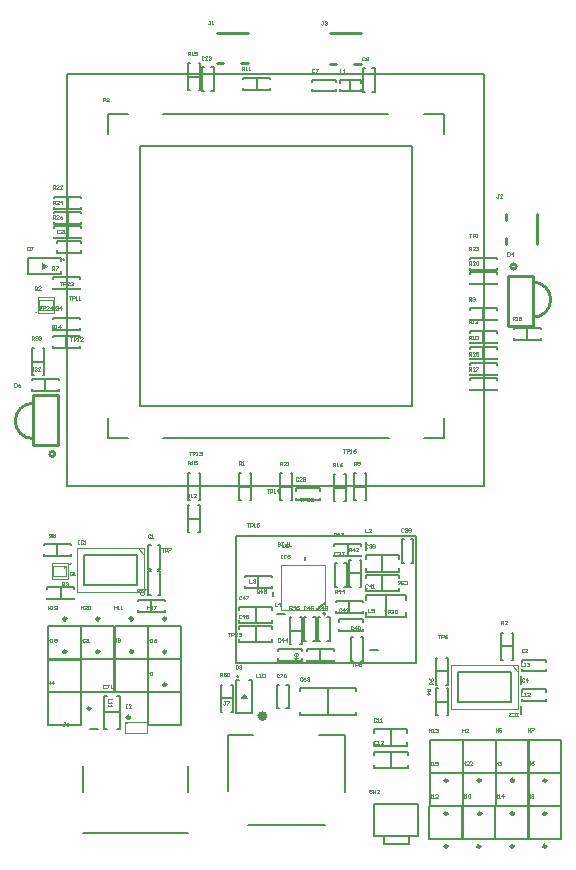
<source format=gto>
G04*
G04 #@! TF.GenerationSoftware,Altium Limited,Altium Designer,18.0.7 (293)*
G04*
G04 Layer_Color=65535*
%FSLAX25Y25*%
%MOIN*%
G70*
G01*
G75*
%ADD10C,0.00984*%
%ADD11C,0.01000*%
%ADD12C,0.00299*%
%ADD13C,0.00500*%
%ADD14C,0.01575*%
%ADD15C,0.00787*%
%ADD16C,0.00591*%
%ADD17C,0.00700*%
%ADD18C,0.00394*%
%ADD19C,0.00787*%
%ADD20C,0.00400*%
%ADD21C,0.00300*%
%ADD22C,0.00600*%
%ADD23C,0.00100*%
%ADD24C,0.00197*%
G36*
X84898Y76962D02*
X83898Y78462D01*
X82798Y76962D01*
X84898D01*
D02*
G37*
G36*
X16455Y219922D02*
X17955Y220922D01*
X16455Y222023D01*
Y219922D01*
D02*
G37*
D10*
X162832Y38529D02*
G03*
X162832Y38529I-492J0D01*
G01*
X35572Y92511D02*
G03*
X35572Y92511I-492J0D01*
G01*
X35512Y103471D02*
G03*
X35512Y103471I-492J0D01*
G01*
X24492Y103451D02*
G03*
X24492Y103451I-492J0D01*
G01*
X24512Y92531D02*
G03*
X24512Y92531I-492J0D01*
G01*
X57772Y103471D02*
G03*
X57772Y103471I-492J0D01*
G01*
Y92471D02*
G03*
X57772Y92471I-492J0D01*
G01*
X151612Y38509D02*
G03*
X151612Y38509I-492J0D01*
G01*
X173590Y27609D02*
G03*
X173590Y27609I-492J0D01*
G01*
X151612Y49509D02*
G03*
X151612Y49509I-492J0D01*
G01*
X151590Y27609D02*
G03*
X151590Y27609I-492J0D01*
G01*
X46652Y103471D02*
G03*
X46652Y103471I-492J0D01*
G01*
X162490Y27609D02*
G03*
X162490Y27609I-492J0D01*
G01*
X46692Y92491D02*
G03*
X46692Y92491I-492J0D01*
G01*
X184492Y27629D02*
G03*
X184492Y27629I-492J0D01*
G01*
X184532Y49549D02*
G03*
X184532Y49549I-492J0D01*
G01*
X184492Y38549D02*
G03*
X184492Y38549I-492J0D01*
G01*
X173752Y49569D02*
G03*
X173752Y49569I-492J0D01*
G01*
X32583Y73520D02*
G03*
X32583Y73520I-492J0D01*
G01*
X173712Y38529D02*
G03*
X173712Y38529I-492J0D01*
G01*
X162632Y49549D02*
G03*
X162632Y49549I-492J0D01*
G01*
X57832Y81551D02*
G03*
X57832Y81551I-492J0D01*
G01*
D11*
X7503Y169406D02*
G03*
X13408Y163501I5906J0D01*
G01*
Y175312D02*
G03*
X7503Y169406I0J-5906D01*
G01*
X20785Y158383D02*
G03*
X20785Y158383I-880J0D01*
G01*
X185997Y209834D02*
G03*
X180092Y215739I-5906J0D01*
G01*
Y203928D02*
G03*
X185997Y209834I0J5906D01*
G01*
X174476Y220857D02*
G03*
X174476Y220857I-880J0D01*
G01*
X45779Y70605D02*
G03*
X45779Y70605I-538J0D01*
G01*
X181298Y228302D02*
Y238538D01*
X171062Y236522D02*
Y238538D01*
Y228302D02*
Y230390D01*
X82910Y288602D02*
X84998D01*
X74762D02*
X76778D01*
X74762Y298838D02*
X84998D01*
X112409Y298678D02*
X122645D01*
X112409Y288442D02*
X114425D01*
X120557D02*
X122645D01*
X13408Y161532D02*
X21676D01*
Y178068D01*
X13408D02*
X21676D01*
X13408Y161532D02*
Y178068D01*
X171824Y217708D02*
X180092D01*
X171824Y201172D02*
Y217708D01*
Y201172D02*
X180092D01*
Y217708D01*
D12*
X16391Y206970D02*
G03*
X16391Y206970I-264J0D01*
G01*
X24237Y120430D02*
G03*
X24237Y120430I-264J0D01*
G01*
X82059Y84162D02*
G03*
X82059Y84162I-361J0D01*
G01*
X24016Y223123D02*
G03*
X24016Y223123I-361J0D01*
G01*
D13*
X14565Y205553D02*
G03*
X14565Y205553I-249J0D01*
G01*
X26033Y121847D02*
G03*
X26033Y121847I-249J0D01*
G01*
X110959Y105138D02*
G03*
X110959Y105138I-440J0D01*
G01*
X139692Y174395D02*
Y261009D01*
X49141D02*
X139692D01*
X49141Y174395D02*
Y261009D01*
Y174395D02*
X139692D01*
X56622Y271639D02*
X131818D01*
X56622Y163765D02*
X132212D01*
X150322Y264946D02*
Y271639D01*
X143629D02*
X150322D01*
Y163765D02*
Y170458D01*
X143629Y163765D02*
X150322D01*
X38511D02*
Y170458D01*
Y163765D02*
X45204D01*
X38511Y264946D02*
Y271639D01*
X45204D01*
X29974Y32131D02*
X65171D01*
X29974Y45793D02*
Y54454D01*
X65171Y45793D02*
Y54454D01*
X107862Y106418D02*
X110716Y108780D01*
X85039Y34793D02*
X110826D01*
X78346Y46014D02*
Y64715D01*
X86810D01*
X108858D02*
X117322D01*
Y45817D02*
Y64715D01*
X130346Y28537D02*
Y31140D01*
Y28537D02*
X138681D01*
Y31159D01*
X141641Y31116D02*
Y41793D01*
X126999D02*
X141641D01*
X126999Y31116D02*
Y41793D01*
Y31116D02*
X141641D01*
D14*
X90747Y71014D02*
G03*
X90747Y71014I-787J0D01*
G01*
D15*
X167852Y41088D02*
Y52112D01*
X156828Y52112D02*
X167852D01*
X156828Y41088D02*
Y52112D01*
X156828Y41088D02*
X167852D01*
X29568Y78928D02*
Y89952D01*
X29568Y78928D02*
X40592D01*
Y89952D01*
X29568Y89952D02*
X40592D01*
X29508Y89888D02*
Y100912D01*
X29508Y89888D02*
X40532D01*
Y100912D01*
X29508Y100912D02*
X40532D01*
X18488Y89868D02*
Y100892D01*
X18488Y89868D02*
X29512D01*
Y100892D01*
X18488Y100892D02*
X29512D01*
X18508Y78948D02*
Y89972D01*
X18508Y78948D02*
X29532D01*
Y89972D01*
X18508Y89972D02*
X29532D01*
X51768Y89888D02*
Y100912D01*
X51768Y89888D02*
X62792D01*
Y100912D01*
X51768Y100912D02*
X62792D01*
X51768Y78888D02*
Y89912D01*
X51768Y78888D02*
X62792D01*
Y89912D01*
X51768Y89912D02*
X62792D01*
X156632Y41068D02*
Y52092D01*
X145608Y52092D02*
X156632D01*
X145608Y41068D02*
Y52092D01*
X145608Y41068D02*
X156632D01*
X178610Y30168D02*
Y41192D01*
X167586Y41192D02*
X178610D01*
X167586Y30168D02*
Y41192D01*
X167586Y30168D02*
X178610D01*
X156632Y52068D02*
Y63092D01*
X145608Y63092D02*
X156632D01*
X145608Y52068D02*
Y63092D01*
X145608Y52068D02*
X156632D01*
X156610Y30168D02*
Y41192D01*
X145586Y41192D02*
X156610D01*
X145586Y30168D02*
Y41192D01*
X145586Y30168D02*
X156610D01*
X40648Y89888D02*
Y100912D01*
X40648Y89888D02*
X51672D01*
Y100912D01*
X40648Y100912D02*
X51672D01*
X167510Y30168D02*
Y41192D01*
X156486Y41192D02*
X167510D01*
X156486Y30168D02*
Y41192D01*
X156486Y30168D02*
X167510D01*
X40688Y78908D02*
Y89932D01*
X40688Y78908D02*
X51712D01*
Y89932D01*
X40688Y89932D02*
X51712D01*
X189512Y30188D02*
Y41212D01*
X178488Y41212D02*
X189512D01*
X178488Y30188D02*
Y41212D01*
X178488Y30188D02*
X189512D01*
X189552Y52108D02*
Y63132D01*
X178528Y63132D02*
X189552D01*
X178528Y52108D02*
Y63132D01*
X178528Y52108D02*
X189552D01*
X189512Y41108D02*
Y52132D01*
X178488Y52132D02*
X189512D01*
X178488Y41108D02*
Y52132D01*
X178488Y41108D02*
X189512D01*
X178772Y52128D02*
Y63152D01*
X167748Y63152D02*
X178772D01*
X167748Y52128D02*
Y63152D01*
X167748Y52128D02*
X178772D01*
X18508Y79032D02*
X29532D01*
X18508Y68008D02*
Y79032D01*
Y68008D02*
X29532D01*
X29532Y68008D02*
Y79032D01*
X178732Y41088D02*
Y52112D01*
X167708Y52112D02*
X178732D01*
X167708Y41088D02*
Y52112D01*
X167708Y41088D02*
X178732D01*
X167652Y52108D02*
Y63132D01*
X156628Y63132D02*
X167652D01*
X156628Y52108D02*
Y63132D01*
X156628Y52108D02*
X167652D01*
X51828Y67968D02*
Y78992D01*
X51828Y67968D02*
X62852D01*
Y78992D01*
X51828Y78992D02*
X62852D01*
X32296Y66737D02*
X35052D01*
X176248Y71742D02*
Y74498D01*
X176128Y81702D02*
Y84458D01*
X88482Y71348D02*
X91238D01*
X125816Y93037D02*
X128572D01*
X94782Y105092D02*
X97538D01*
X124402Y126371D02*
Y129126D01*
X93391Y111129D02*
Y112311D01*
X104244Y122898D02*
Y124079D01*
D16*
X22080Y183020D02*
Y183520D01*
X13080D02*
X22080D01*
X13080Y183020D02*
Y183520D01*
Y179520D02*
Y180020D01*
Y179520D02*
X22080D01*
Y180020D01*
X17580Y179520D02*
Y183520D01*
X173624Y196460D02*
Y196960D01*
Y196460D02*
X182624D01*
Y196960D01*
Y199960D02*
Y200460D01*
X173624D02*
X182624D01*
X173624Y199960D02*
Y200460D01*
X178124Y196460D02*
Y200460D01*
X163580Y202960D02*
Y206960D01*
X168080Y202960D02*
Y203460D01*
X159080Y202960D02*
X168080D01*
X159080D02*
Y203460D01*
Y206460D02*
Y206960D01*
X168080D01*
Y206460D02*
Y206960D01*
X120551Y147459D02*
X124551D01*
X120551Y142959D02*
X121051D01*
X120551D02*
Y151959D01*
X121051D01*
X124051D02*
X124551D01*
Y142959D02*
Y151959D01*
X124051Y142959D02*
X124551D01*
X163584Y190040D02*
Y194040D01*
X168084Y190040D02*
Y190540D01*
X159084Y190040D02*
X168084D01*
X159084D02*
Y190540D01*
Y193540D02*
Y194040D01*
X168084D01*
Y193540D02*
Y194040D01*
X64960Y136756D02*
X68960D01*
X68460Y141256D02*
X68960D01*
Y132256D02*
Y141256D01*
X68460Y132256D02*
X68960D01*
X64960D02*
X65460D01*
X64960D02*
Y141256D01*
X65460D01*
X163504Y195340D02*
Y199340D01*
X168004Y195340D02*
Y195840D01*
X159004Y195340D02*
X168004D01*
X159004D02*
Y195840D01*
Y198840D02*
Y199340D01*
X168004D01*
Y198840D02*
Y199340D01*
X52860Y105820D02*
Y109820D01*
X57360Y105820D02*
Y106320D01*
X48360Y105820D02*
X57360D01*
X48360D02*
Y106320D01*
Y109320D02*
Y109820D01*
X57360D01*
Y109320D02*
Y109820D01*
X65231Y284131D02*
X69231D01*
X68731Y288631D02*
X69231D01*
Y279631D02*
Y288631D01*
X68731Y279631D02*
X69231D01*
X65231D02*
X65731D01*
X65231D02*
Y288631D01*
X65731D01*
X163624Y214900D02*
Y218900D01*
X168124Y214900D02*
Y215400D01*
X159124Y214900D02*
X168124D01*
X159124D02*
Y215400D01*
Y218400D02*
Y218900D01*
X168124D01*
Y218400D02*
Y218900D01*
X24931Y240175D02*
Y244175D01*
X20431Y243675D02*
Y244175D01*
X29431D01*
Y243675D02*
Y244175D01*
Y240175D02*
Y240675D01*
X20431Y240175D02*
X29431D01*
X20431D02*
Y240675D01*
X163624Y219780D02*
Y223780D01*
X168124Y219780D02*
Y220280D01*
X159124Y219780D02*
X168124D01*
X159124D02*
Y220280D01*
Y223280D02*
Y223780D01*
X168124D01*
Y223280D02*
Y223780D01*
X24931Y235095D02*
Y239095D01*
X20431Y238595D02*
Y239095D01*
X29431D01*
Y238595D02*
Y239095D01*
Y235095D02*
Y235595D01*
X20431Y235095D02*
X29431D01*
X20431D02*
Y235595D01*
X163624Y184635D02*
Y188635D01*
X168124Y184635D02*
Y185135D01*
X159124Y184635D02*
X168124D01*
X159124D02*
Y185135D01*
Y188135D02*
Y188635D01*
X168124D01*
Y188135D02*
Y188635D01*
X24931Y230255D02*
Y234255D01*
X20431Y233755D02*
Y234255D01*
X29431D01*
Y233755D02*
Y234255D01*
Y230255D02*
Y230755D01*
X20431Y230255D02*
X29431D01*
X20431D02*
Y230755D01*
X163624Y179595D02*
Y183595D01*
X168124Y179595D02*
Y180095D01*
X159124Y179595D02*
X168124D01*
X159124D02*
Y180095D01*
Y183095D02*
Y183595D01*
X168124D01*
Y183095D02*
Y183595D01*
X27120Y113440D02*
Y113940D01*
X18120D02*
X27120D01*
X18120Y113440D02*
Y113940D01*
Y109940D02*
Y110440D01*
Y109940D02*
X27120D01*
Y110440D01*
X22620Y109940D02*
Y113940D01*
X147840Y80300D02*
X148340D01*
X147840Y71300D02*
Y80300D01*
Y71300D02*
X148340D01*
X151340D02*
X151840D01*
Y80300D01*
X151340D02*
X151840D01*
X147840Y75800D02*
X151840D01*
X17040Y124540D02*
Y125040D01*
Y124540D02*
X26040D01*
Y125040D01*
Y128040D02*
Y128540D01*
X17040D02*
X26040D01*
X17040Y128040D02*
Y128540D01*
X21540Y124540D02*
Y128540D01*
X24636Y213260D02*
Y217260D01*
X29136Y213260D02*
Y213760D01*
X20136Y213260D02*
X29136D01*
X20136D02*
Y213760D01*
Y216760D02*
Y217260D01*
X29136D01*
Y216760D02*
Y217260D01*
X82200Y147496D02*
X86200D01*
X82200Y142996D02*
X82700D01*
X82200D02*
Y151996D01*
X82700D01*
X85700D02*
X86200D01*
Y142996D02*
Y151996D01*
X85700Y142996D02*
X86200D01*
X169560Y94340D02*
X173560D01*
X169560Y89840D02*
X170060D01*
X169560D02*
Y98840D01*
X170060D01*
X173060D02*
X173560D01*
Y89840D02*
Y98840D01*
X173060Y89840D02*
X173560D01*
X51863Y119385D02*
X52651D01*
X51863Y111511D02*
Y119385D01*
Y111511D02*
X52651D01*
X55013D02*
X55800D01*
Y119385D01*
X55013D02*
X55800D01*
X147740Y90524D02*
X148240D01*
X147740Y81524D02*
Y90524D01*
Y81524D02*
X148240D01*
X151240D02*
X151740D01*
Y90524D01*
X151240D02*
X151740D01*
X147740Y86024D02*
X151740D01*
X135353Y116897D02*
Y118079D01*
X124330D02*
X135353D01*
X124330Y116897D02*
Y118079D01*
Y112567D02*
Y113748D01*
Y112567D02*
X135353D01*
Y113748D01*
X129841Y112567D02*
Y118079D01*
X113604Y92800D02*
Y93300D01*
X104604D02*
X113604D01*
X104604Y92800D02*
Y93300D01*
Y89300D02*
Y89800D01*
Y89300D02*
X113604D01*
Y89800D01*
X109104Y89300D02*
Y93300D01*
X92960Y117240D02*
Y117740D01*
X83960D02*
X92960D01*
X83960Y117240D02*
Y117740D01*
Y113740D02*
Y114240D01*
Y113740D02*
X92960D01*
Y114240D01*
X88460Y113740D02*
Y117740D01*
X81001Y72123D02*
X85498D01*
X81001D02*
Y83147D01*
X82182D01*
X85331D02*
X86512D01*
Y72123D02*
Y83147D01*
X85331Y72123D02*
X86512D01*
X75980Y77044D02*
X79980D01*
X75980Y72544D02*
X76480D01*
X75980D02*
Y81544D01*
X76480D01*
X79480D02*
X79980D01*
Y72544D02*
Y81544D01*
X79480Y72544D02*
X79980D01*
X94691Y73563D02*
X95479D01*
X94691D02*
Y81437D01*
X95479D01*
X97841D02*
X98628D01*
Y73563D02*
Y81437D01*
X97841Y73563D02*
X98628D01*
X102472Y71479D02*
Y72464D01*
Y71479D02*
X121173D01*
Y72464D01*
Y79353D02*
Y80338D01*
X102472D02*
X121173D01*
X102472Y79353D02*
Y80338D01*
X111822Y71479D02*
Y80338D01*
X36978Y72331D02*
X42490D01*
X41309Y77843D02*
X42490D01*
Y66819D02*
Y77843D01*
X41309Y66819D02*
X42490D01*
X36978D02*
X38159D01*
X36978D02*
Y77843D01*
X38159D01*
X136272Y122163D02*
X137059D01*
X136272D02*
Y130037D01*
X137059D01*
X139421D02*
X140208D01*
Y122163D02*
Y130037D01*
X139421Y122163D02*
X140208D01*
X117175Y122053D02*
X117962D01*
Y114179D02*
Y122053D01*
X117175Y114179D02*
X117962D01*
X114025D02*
X114813D01*
X114025D02*
Y122053D01*
X114813D01*
X129841Y119063D02*
Y124575D01*
X135353Y119063D02*
Y120244D01*
X124330Y119063D02*
X135353D01*
X124330D02*
Y120244D01*
Y123393D02*
Y124575D01*
X135353D01*
Y123393D02*
Y124575D01*
X118860Y118660D02*
X122860D01*
X118860Y114160D02*
X119360D01*
X118860D02*
Y123160D01*
X119360D01*
X122360D02*
X122860D01*
Y114160D02*
Y123160D01*
X122360Y114160D02*
X122860D01*
X118420Y124380D02*
Y128380D01*
X113920Y127880D02*
Y128380D01*
X122920D01*
Y127880D02*
Y128380D01*
Y124380D02*
Y124880D01*
X113920Y124380D02*
X122920D01*
X113920D02*
Y124880D01*
X118880Y105440D02*
Y109440D01*
X123380Y105440D02*
Y105940D01*
X114380Y105440D02*
X123380D01*
X114380D02*
Y105940D01*
Y108940D02*
Y109440D01*
X123380D01*
Y108940D02*
Y109440D01*
X119451Y89531D02*
X120239D01*
X119451D02*
Y97405D01*
X120239D01*
X122601D02*
X123389D01*
Y89531D02*
Y97405D01*
X122601Y89531D02*
X123389D01*
X108431Y96083D02*
X109219D01*
X108431D02*
Y103957D01*
X109219D01*
X111581D02*
X112369D01*
Y96083D02*
Y103957D01*
X111581Y96083D02*
X112369D01*
X124330Y109693D02*
Y111268D01*
X137715D01*
Y109693D02*
Y111268D01*
Y104181D02*
Y105756D01*
X124330Y104181D02*
X137715D01*
X124330D02*
Y105756D01*
X131023Y104181D02*
Y111268D01*
X115503Y102501D02*
Y103288D01*
X123377D01*
Y102501D02*
Y103288D01*
Y99352D02*
Y100139D01*
X115503Y99352D02*
X123377D01*
X115503D02*
Y100139D01*
X102951Y89460D02*
Y90247D01*
X95077Y89460D02*
X102951D01*
X95077D02*
Y90247D01*
Y92610D02*
Y93397D01*
X102951D01*
Y92610D02*
Y93397D01*
X99040Y99480D02*
X103040D01*
X99040Y94980D02*
X99540D01*
X99040D02*
Y103980D01*
X99540D01*
X102540D02*
X103040D01*
Y94980D02*
Y103980D01*
X102540Y94980D02*
X103040D01*
X103771Y96063D02*
X104559D01*
X103771D02*
Y103937D01*
X104559D01*
X106921D02*
X107709D01*
Y96063D02*
Y103937D01*
X106921Y96063D02*
X107709D01*
X87703Y95684D02*
Y101196D01*
X82191Y100015D02*
Y101196D01*
X93214D01*
Y100015D02*
Y101196D01*
Y95684D02*
Y96865D01*
X82191Y95684D02*
X93214D01*
X82191D02*
Y96865D01*
X87663Y101904D02*
Y107416D01*
X82151Y106235D02*
Y107416D01*
X93174D01*
Y106235D02*
Y107416D01*
Y101904D02*
Y103085D01*
X82151Y101904D02*
X93174D01*
X82151D02*
Y103085D01*
X24691Y199875D02*
Y203875D01*
X20191Y203375D02*
Y203875D01*
X29191D01*
Y203375D02*
Y203875D01*
Y199875D02*
Y200375D01*
X20191Y199875D02*
X29191D01*
X20191D02*
Y200375D01*
X95911Y147399D02*
X99911D01*
X95911Y142899D02*
X96411D01*
X95911D02*
Y151899D01*
X96411D01*
X99411D02*
X99911D01*
Y142899D02*
Y151899D01*
X99411Y142899D02*
X99911D01*
X108977Y143052D02*
Y143839D01*
X101103Y143052D02*
X108977D01*
X101103D02*
Y143839D01*
Y146201D02*
Y146988D01*
X108977D01*
Y146201D02*
Y146988D01*
X11617Y219322D02*
Y223820D01*
X22640D01*
Y222639D02*
Y223820D01*
Y218308D02*
Y219489D01*
X11617Y218308D02*
X22640D01*
X11617D02*
Y219489D01*
X13160Y189120D02*
X17160D01*
X16660Y193620D02*
X17160D01*
Y184620D02*
Y193620D01*
X16660Y184620D02*
X17160D01*
X13160D02*
X13660D01*
X13160D02*
Y193620D01*
X13660D01*
X87960Y279720D02*
Y283720D01*
X92460Y279720D02*
Y280220D01*
X83460Y279720D02*
X92460D01*
X83460D02*
Y280220D01*
Y283220D02*
Y283720D01*
X92460D01*
Y283220D02*
Y283720D01*
X24467Y193735D02*
Y197735D01*
X28967Y193735D02*
Y194235D01*
X19967Y193735D02*
X28967D01*
X19967D02*
Y194235D01*
Y197235D02*
Y197735D01*
X28967D01*
Y197235D02*
Y197735D01*
X65131Y147635D02*
X69131D01*
X68631Y152135D02*
X69131D01*
Y143135D02*
Y152135D01*
X68631Y143135D02*
X69131D01*
X65131D02*
X65631D01*
X65131D02*
Y152135D01*
X65631D01*
X113660Y147096D02*
X117660D01*
X113660Y142596D02*
X114160D01*
X113660D02*
Y151596D01*
X114160D01*
X117160D02*
X117660D01*
Y142596D02*
Y151596D01*
X117160Y142596D02*
X117660D01*
X21474Y228676D02*
Y229464D01*
X29348D01*
Y228676D02*
Y229464D01*
Y225526D02*
Y226314D01*
X21474Y225526D02*
X29348D01*
X21474D02*
Y226314D01*
X72881Y287337D02*
X73668D01*
Y279463D02*
Y287337D01*
X72881Y279463D02*
X73668D01*
X69731D02*
X70519D01*
X69731D02*
Y287337D01*
X70519D01*
X51863Y120103D02*
X52651D01*
X51863D02*
Y127977D01*
X52651D01*
X55013D02*
X55800D01*
Y120103D02*
Y127977D01*
X55013Y120103D02*
X55800D01*
X176395Y89041D02*
Y89828D01*
X184269D01*
Y89041D02*
Y89828D01*
Y85891D02*
Y86679D01*
X176395Y85891D02*
X184269D01*
X176395D02*
Y86679D01*
X176531Y79141D02*
Y79928D01*
X184405D01*
Y79141D02*
Y79928D01*
Y75991D02*
Y76779D01*
X176531Y75991D02*
X184405D01*
X176531D02*
Y76779D01*
X114405Y279252D02*
Y280039D01*
X106531Y279252D02*
X114405D01*
X106531D02*
Y280039D01*
Y282401D02*
Y283189D01*
X114405D01*
Y282401D02*
Y283189D01*
X119180Y279428D02*
Y282972D01*
X122625Y279428D02*
Y280216D01*
X115735Y279428D02*
X122625D01*
X115735D02*
Y280216D01*
Y282184D02*
Y282972D01*
X122625D01*
Y282184D02*
Y282972D01*
X123352Y279155D02*
X124139D01*
X123352D02*
Y287029D01*
X124139D01*
X126501D02*
X127288D01*
Y279155D02*
Y287029D01*
X126501Y279155D02*
X127288D01*
X132750Y53627D02*
Y59139D01*
X127238Y57958D02*
Y59139D01*
X138262D01*
Y57958D02*
Y59139D01*
Y53627D02*
Y54808D01*
X127238Y53627D02*
X138262D01*
X127238D02*
Y54808D01*
X132686Y61076D02*
Y66587D01*
X127174Y65406D02*
Y66587D01*
X138198D01*
Y65406D02*
Y66587D01*
Y61076D02*
Y62257D01*
X127174Y61076D02*
X138198D01*
X127174D02*
Y62257D01*
D17*
X24780Y147795D02*
Y285160D01*
X163794D01*
X163794Y147795D01*
X24780D02*
X163794D01*
D18*
X28113Y127068D02*
X50553D01*
X28113Y112305D02*
Y127068D01*
Y112305D02*
X50553D01*
Y127068D01*
X152740Y88023D02*
X175180D01*
X152740Y73260D02*
Y88023D01*
Y73260D02*
X175180D01*
Y88023D01*
D19*
X30475Y114865D02*
Y124706D01*
Y114865D02*
X48191D01*
X30475Y124706D02*
X48191D01*
Y114865D02*
Y124706D01*
X155102Y75819D02*
Y85661D01*
Y75819D02*
X172818D01*
X155102Y85661D02*
X172818D01*
Y75819D02*
Y85661D01*
D20*
X48333Y127068D02*
X50553Y124785D01*
X172960Y88023D02*
X175180Y85740D01*
X103432Y106221D02*
X110913D01*
Y121280D01*
X96051D02*
X110913D01*
X96051Y106221D02*
Y121280D01*
Y106221D02*
X103432D01*
D21*
X15064Y210789D02*
X20418D01*
Y205238D02*
Y210789D01*
X15064Y205238D02*
X20418D01*
X15064D02*
Y210789D01*
X15537Y206301D02*
Y209686D01*
Y206301D02*
X20025D01*
Y209726D01*
X15537D02*
X20025D01*
X15537Y209686D02*
Y209726D01*
X19682Y116611D02*
X25036D01*
X19682D02*
Y122162D01*
X25036D01*
Y116611D02*
Y122162D01*
X24564Y117713D02*
Y121099D01*
X20075D02*
X24564D01*
X20075Y117674D02*
Y121099D01*
Y117674D02*
X24564D01*
Y117713D01*
X51345Y69193D02*
X51540Y68998D01*
X44259Y69193D02*
X51345D01*
X51540Y65405D02*
Y68998D01*
X46240Y65405D02*
X51540D01*
X44259D02*
X46240D01*
X44259Y65256D02*
Y69193D01*
X45146D02*
X45240D01*
X44259Y68305D02*
X45146Y69193D01*
D22*
X80974Y88688D02*
X141014D01*
Y130909D01*
X80974D02*
X141014D01*
X80974Y88688D02*
Y130909D01*
D23*
X84831Y77062D02*
X84898Y76962D01*
X82798D02*
X84898D01*
X83898Y78462D02*
X84898Y76962D01*
X82798D02*
X83898Y78462D01*
X16455Y219922D02*
X16555Y219989D01*
X16455Y219922D02*
Y222023D01*
Y219922D02*
X17955Y220922D01*
X16455Y222023D02*
X17955Y220922D01*
D24*
X36680Y275900D02*
Y277081D01*
X37270D01*
X37467Y276884D01*
Y276490D01*
X37270Y276294D01*
X36680D01*
X38648Y275900D02*
X37861D01*
X38648Y276687D01*
Y276884D01*
X38451Y277081D01*
X38058D01*
X37861Y276884D01*
X24150Y68971D02*
X23757D01*
X23954D01*
Y67987D01*
X23757Y67790D01*
X23560D01*
X23363Y67987D01*
X25331Y68971D02*
X24937Y68774D01*
X24544Y68380D01*
Y67987D01*
X24741Y67790D01*
X25134D01*
X25331Y67987D01*
Y68183D01*
X25134Y68380D01*
X24544D01*
X158756Y186200D02*
Y187381D01*
X159347D01*
X159544Y187184D01*
Y186790D01*
X159347Y186594D01*
X158756D01*
X159150D02*
X159544Y186200D01*
X160724D02*
X159937D01*
X160724Y186987D01*
Y187184D01*
X160528Y187381D01*
X160134D01*
X159937Y187184D01*
X161118Y187381D02*
X161905D01*
Y187184D01*
X161118Y186397D01*
Y186200D01*
X20060Y236780D02*
Y237961D01*
X20650D01*
X20847Y237764D01*
Y237370D01*
X20650Y237174D01*
X20060D01*
X20454D02*
X20847Y236780D01*
X22028D02*
X21241D01*
X22028Y237567D01*
Y237764D01*
X21831Y237961D01*
X21438D01*
X21241Y237764D01*
X23209Y237961D02*
X22815Y237764D01*
X22421Y237370D01*
Y236977D01*
X22618Y236780D01*
X23012D01*
X23209Y236977D01*
Y237174D01*
X23012Y237370D01*
X22421D01*
X158756Y191200D02*
Y192381D01*
X159347D01*
X159544Y192184D01*
Y191790D01*
X159347Y191594D01*
X158756D01*
X159150D02*
X159544Y191200D01*
X160724D02*
X159937D01*
X160724Y191987D01*
Y192184D01*
X160528Y192381D01*
X160134D01*
X159937Y192184D01*
X161905Y192381D02*
X161118D01*
Y191790D01*
X161511Y191987D01*
X161708D01*
X161905Y191790D01*
Y191397D01*
X161708Y191200D01*
X161315D01*
X161118Y191397D01*
X20060Y241680D02*
Y242861D01*
X20650D01*
X20847Y242664D01*
Y242270D01*
X20650Y242074D01*
X20060D01*
X20454D02*
X20847Y241680D01*
X22028D02*
X21241D01*
X22028Y242467D01*
Y242664D01*
X21831Y242861D01*
X21438D01*
X21241Y242664D01*
X23012Y241680D02*
Y242861D01*
X22421Y242270D01*
X23209D01*
X158756Y226345D02*
Y227526D01*
X159347D01*
X159544Y227329D01*
Y226935D01*
X159347Y226739D01*
X158756D01*
X159150D02*
X159544Y226345D01*
X160724D02*
X159937D01*
X160724Y227132D01*
Y227329D01*
X160528Y227526D01*
X160134D01*
X159937Y227329D01*
X161118D02*
X161315Y227526D01*
X161708D01*
X161905Y227329D01*
Y227132D01*
X161708Y226935D01*
X161511D01*
X161708D01*
X161905Y226739D01*
Y226542D01*
X161708Y226345D01*
X161315D01*
X161118Y226542D01*
X20060Y246780D02*
Y247961D01*
X20650D01*
X20847Y247764D01*
Y247370D01*
X20650Y247174D01*
X20060D01*
X20454D02*
X20847Y246780D01*
X22028D02*
X21241D01*
X22028Y247567D01*
Y247764D01*
X21831Y247961D01*
X21438D01*
X21241Y247764D01*
X23209Y246780D02*
X22421D01*
X23209Y247567D01*
Y247764D01*
X23012Y247961D01*
X22618D01*
X22421Y247764D01*
X158756Y221485D02*
Y222666D01*
X159347D01*
X159544Y222469D01*
Y222075D01*
X159347Y221879D01*
X158756D01*
X159150D02*
X159544Y221485D01*
X160724D02*
X159937D01*
X160724Y222272D01*
Y222469D01*
X160528Y222666D01*
X160134D01*
X159937Y222469D01*
X161118D02*
X161315Y222666D01*
X161708D01*
X161905Y222469D01*
Y221682D01*
X161708Y221485D01*
X161315D01*
X161118Y221682D01*
Y222469D01*
X65080Y291336D02*
Y292517D01*
X65670D01*
X65867Y292320D01*
Y291927D01*
X65670Y291730D01*
X65080D01*
X65474D02*
X65867Y291336D01*
X66261D02*
X66654D01*
X66457D01*
Y292517D01*
X66261Y292320D01*
X67245Y291533D02*
X67441Y291336D01*
X67835D01*
X68032Y291533D01*
Y292320D01*
X67835Y292517D01*
X67441D01*
X67245Y292320D01*
Y292123D01*
X67441Y291927D01*
X68032D01*
X48080Y112360D02*
Y113541D01*
X48670D01*
X48867Y113344D01*
Y112950D01*
X48670Y112754D01*
X48080D01*
X48474D02*
X48867Y112360D01*
X49261D02*
X49654D01*
X49457D01*
Y113541D01*
X49261Y113344D01*
X50245Y113541D02*
X51032D01*
Y113344D01*
X50245Y112557D01*
Y112360D01*
X158636Y201945D02*
Y203126D01*
X159227D01*
X159423Y202929D01*
Y202535D01*
X159227Y202339D01*
X158636D01*
X159030D02*
X159423Y201945D01*
X159817D02*
X160211D01*
X160014D01*
Y203126D01*
X159817Y202929D01*
X160801D02*
X160998Y203126D01*
X161391D01*
X161588Y202929D01*
Y202732D01*
X161391Y202535D01*
X161195D01*
X161391D01*
X161588Y202339D01*
Y202142D01*
X161391Y201945D01*
X160998D01*
X160801Y202142D01*
X64800Y143960D02*
Y145141D01*
X65390D01*
X65587Y144944D01*
Y144550D01*
X65390Y144354D01*
X64800D01*
X65194D02*
X65587Y143960D01*
X65981D02*
X66374D01*
X66177D01*
Y145141D01*
X65981Y144944D01*
X67752Y143960D02*
X66965D01*
X67752Y144747D01*
Y144944D01*
X67555Y145141D01*
X67161D01*
X66965Y144944D01*
X158716Y196585D02*
Y197766D01*
X159307D01*
X159503Y197569D01*
Y197175D01*
X159307Y196979D01*
X158716D01*
X159110D02*
X159503Y196585D01*
X159897D02*
X160291D01*
X160094D01*
Y197766D01*
X159897Y197569D01*
X160881D02*
X161078Y197766D01*
X161471D01*
X161668Y197569D01*
Y196782D01*
X161471Y196585D01*
X161078D01*
X160881Y196782D01*
Y197569D01*
X158716Y209520D02*
Y210701D01*
X159307D01*
X159503Y210504D01*
Y210110D01*
X159307Y209914D01*
X158716D01*
X159110D02*
X159503Y209520D01*
X159897Y209717D02*
X160094Y209520D01*
X160487D01*
X160684Y209717D01*
Y210504D01*
X160487Y210701D01*
X160094D01*
X159897Y210504D01*
Y210307D01*
X160094Y210110D01*
X160684D01*
X120380Y154700D02*
Y155881D01*
X120970D01*
X121167Y155684D01*
Y155290D01*
X120970Y155094D01*
X120380D01*
X120774D02*
X121167Y154700D01*
X121561Y155684D02*
X121757Y155881D01*
X122151D01*
X122348Y155684D01*
Y155487D01*
X122151Y155290D01*
X122348Y155094D01*
Y154897D01*
X122151Y154700D01*
X121757D01*
X121561Y154897D01*
Y155094D01*
X121757Y155290D01*
X121561Y155487D01*
Y155684D01*
X121757Y155290D02*
X122151D01*
X175940Y88861D02*
Y87680D01*
X176727D01*
X177121D02*
X177514D01*
X177318D01*
Y88861D01*
X177121Y88664D01*
X178105D02*
X178301Y88861D01*
X178695D01*
X178892Y88664D01*
Y88467D01*
X178695Y88270D01*
X178498D01*
X178695D01*
X178892Y88074D01*
Y87877D01*
X178695Y87680D01*
X178301D01*
X178105Y87877D01*
X176020Y78841D02*
Y77660D01*
X176807D01*
X177201D02*
X177594D01*
X177398D01*
Y78841D01*
X177201Y78644D01*
X178972Y77660D02*
X178185D01*
X178972Y78447D01*
Y78644D01*
X178775Y78841D01*
X178381D01*
X178185Y78644D01*
X39694Y76853D02*
X38514D01*
Y76065D01*
Y75672D02*
Y75278D01*
Y75475D01*
X39694D01*
X39498Y75672D01*
X38514Y74688D02*
Y74294D01*
Y74491D01*
X39694D01*
X39498Y74688D01*
X156640Y55901D02*
Y54720D01*
Y55310D01*
X157427D01*
Y55901D01*
Y54720D01*
X158608D02*
X157821D01*
X158608Y55507D01*
Y55704D01*
X158411Y55901D01*
X158018D01*
X157821Y55704D01*
X159789Y54720D02*
X159001D01*
X159789Y55507D01*
Y55704D01*
X159592Y55901D01*
X159198D01*
X159001Y55704D01*
X29348Y96833D02*
Y95653D01*
Y96243D01*
X30135D01*
Y96833D01*
Y95653D01*
X31316D02*
X30529D01*
X31316Y96440D01*
Y96636D01*
X31119Y96833D01*
X30726D01*
X30529Y96636D01*
X31710Y95653D02*
X32103D01*
X31907D01*
Y96833D01*
X31710Y96636D01*
X29348Y107813D02*
Y106632D01*
Y107223D01*
X30135D01*
Y107813D01*
Y106632D01*
X31316D02*
X30529D01*
X31316Y107420D01*
Y107616D01*
X31119Y107813D01*
X30726D01*
X30529Y107616D01*
X31710D02*
X31907Y107813D01*
X32300D01*
X32497Y107616D01*
Y106829D01*
X32300Y106632D01*
X31907D01*
X31710Y106829D01*
Y107616D01*
X18340Y107801D02*
Y106620D01*
Y107210D01*
X19127D01*
Y107801D01*
Y106620D01*
X19521D02*
X19914D01*
X19717D01*
Y107801D01*
X19521Y107604D01*
X20505Y106817D02*
X20701Y106620D01*
X21095D01*
X21292Y106817D01*
Y107604D01*
X21095Y107801D01*
X20701D01*
X20505Y107604D01*
Y107407D01*
X20701Y107210D01*
X21292D01*
X18348Y96873D02*
Y95692D01*
Y96283D01*
X19136D01*
Y96873D01*
Y95692D01*
X19529D02*
X19923D01*
X19726D01*
Y96873D01*
X19529Y96676D01*
X20513D02*
X20710Y96873D01*
X21103D01*
X21300Y96676D01*
Y96480D01*
X21103Y96283D01*
X21300Y96086D01*
Y95889D01*
X21103Y95692D01*
X20710D01*
X20513Y95889D01*
Y96086D01*
X20710Y96283D01*
X20513Y96480D01*
Y96676D01*
X20710Y96283D02*
X21103D01*
X51592Y107868D02*
Y106687D01*
Y107278D01*
X52379D01*
Y107868D01*
Y106687D01*
X52772D02*
X53166D01*
X52969D01*
Y107868D01*
X52772Y107671D01*
X53756Y107868D02*
X54544D01*
Y107671D01*
X53756Y106884D01*
Y106687D01*
X51600Y96868D02*
Y95688D01*
Y96278D01*
X52387D01*
Y96868D01*
Y95688D01*
X52781D02*
X53174D01*
X52978D01*
Y96868D01*
X52781Y96671D01*
X54552Y96868D02*
X54158Y96671D01*
X53765Y96278D01*
Y95884D01*
X53961Y95688D01*
X54355D01*
X54552Y95884D01*
Y96081D01*
X54355Y96278D01*
X53765D01*
X145400Y55841D02*
Y54660D01*
Y55250D01*
X146187D01*
Y55841D01*
Y54660D01*
X146581D02*
X146974D01*
X146777D01*
Y55841D01*
X146581Y55644D01*
X148352Y55841D02*
X147565D01*
Y55250D01*
X147958Y55447D01*
X148155D01*
X148352Y55250D01*
Y54857D01*
X148155Y54660D01*
X147761D01*
X147565Y54857D01*
X167380Y44941D02*
Y43760D01*
Y44350D01*
X168167D01*
Y44941D01*
Y43760D01*
X168561D02*
X168954D01*
X168757D01*
Y44941D01*
X168561Y44744D01*
X170135Y43760D02*
Y44941D01*
X169545Y44350D01*
X170332D01*
X145400Y66841D02*
Y65660D01*
Y66250D01*
X146187D01*
Y66841D01*
Y65660D01*
X146581D02*
X146974D01*
X146777D01*
Y66841D01*
X146581Y66644D01*
X147565D02*
X147761Y66841D01*
X148155D01*
X148352Y66644D01*
Y66447D01*
X148155Y66250D01*
X147958D01*
X148155D01*
X148352Y66054D01*
Y65857D01*
X148155Y65660D01*
X147761D01*
X147565Y65857D01*
X145380Y44941D02*
Y43760D01*
Y44350D01*
X146167D01*
Y44941D01*
Y43760D01*
X146561D02*
X146954D01*
X146757D01*
Y44941D01*
X146561Y44744D01*
X148332Y43760D02*
X147545D01*
X148332Y44547D01*
Y44744D01*
X148135Y44941D01*
X147741D01*
X147545Y44744D01*
X40478Y107860D02*
Y106679D01*
Y107269D01*
X41265D01*
Y107860D01*
Y106679D01*
X41659D02*
X42052D01*
X41855D01*
Y107860D01*
X41659Y107663D01*
X42643Y106679D02*
X43036D01*
X42839D01*
Y107860D01*
X42643Y107663D01*
X156280Y44941D02*
Y43760D01*
Y44350D01*
X157067D01*
Y44941D01*
Y43760D01*
X157461D02*
X157854D01*
X157658D01*
Y44941D01*
X157461Y44744D01*
X158445D02*
X158641Y44941D01*
X159035D01*
X159232Y44744D01*
Y43957D01*
X159035Y43760D01*
X158641D01*
X158445Y43957D01*
Y44744D01*
X40472Y96888D02*
Y95707D01*
Y96298D01*
X41259D01*
Y96888D01*
Y95707D01*
X41652Y95904D02*
X41849Y95707D01*
X42243D01*
X42440Y95904D01*
Y96691D01*
X42243Y96888D01*
X41849D01*
X41652Y96691D01*
Y96495D01*
X41849Y96298D01*
X42440D01*
X178248Y44953D02*
Y43773D01*
Y44363D01*
X179035D01*
Y44953D01*
Y43773D01*
X179429Y44756D02*
X179626Y44953D01*
X180019D01*
X180216Y44756D01*
Y44560D01*
X180019Y44363D01*
X180216Y44166D01*
Y43969D01*
X180019Y43773D01*
X179626D01*
X179429Y43969D01*
Y44166D01*
X179626Y44363D01*
X179429Y44560D01*
Y44756D01*
X179626Y44363D02*
X180019D01*
X178300Y66941D02*
Y65760D01*
Y66350D01*
X179087D01*
Y66941D01*
Y65760D01*
X179481Y66941D02*
X180268D01*
Y66744D01*
X179481Y65957D01*
Y65760D01*
X178300Y55941D02*
Y54760D01*
Y55350D01*
X179087D01*
Y55941D01*
Y54760D01*
X180268Y55941D02*
X179874Y55744D01*
X179481Y55350D01*
Y54957D01*
X179677Y54760D01*
X180071D01*
X180268Y54957D01*
Y55154D01*
X180071Y55350D01*
X179481D01*
X167600Y66941D02*
Y65760D01*
Y66350D01*
X168387D01*
Y66941D01*
Y65760D01*
X169568Y66941D02*
X168781D01*
Y66350D01*
X169174Y66547D01*
X169371D01*
X169568Y66350D01*
Y65957D01*
X169371Y65760D01*
X168977D01*
X168781Y65957D01*
X18346Y82772D02*
Y81591D01*
Y82182D01*
X19133D01*
Y82772D01*
Y81591D01*
X20117D02*
Y82772D01*
X19527Y82182D01*
X20314D01*
X167500Y55841D02*
Y54660D01*
Y55250D01*
X168287D01*
Y55841D01*
Y54660D01*
X168681Y55644D02*
X168877Y55841D01*
X169271D01*
X169468Y55644D01*
Y55447D01*
X169271Y55250D01*
X169074D01*
X169271D01*
X169468Y55054D01*
Y54857D01*
X169271Y54660D01*
X168877D01*
X168681Y54857D01*
X156480Y66861D02*
Y65680D01*
Y66270D01*
X157267D01*
Y66861D01*
Y65680D01*
X158448D02*
X157661D01*
X158448Y66467D01*
Y66664D01*
X158251Y66861D01*
X157858D01*
X157661Y66664D01*
X51680Y85881D02*
Y84700D01*
Y85290D01*
X52467D01*
Y85881D01*
Y84700D01*
X52861D02*
X53254D01*
X53057D01*
Y85881D01*
X52861Y85684D01*
X158765Y231781D02*
X159552D01*
X159158D01*
Y230600D01*
X159945D02*
Y231781D01*
X160536D01*
X160732Y231584D01*
Y231190D01*
X160536Y230994D01*
X159945D01*
X161126Y230600D02*
X161520D01*
X161323D01*
Y231781D01*
X161126Y231584D01*
X169440Y101604D02*
Y102785D01*
X170030D01*
X170227Y102588D01*
Y102194D01*
X170030Y101997D01*
X169440D01*
X169834D02*
X170227Y101604D01*
X171408D02*
X170621D01*
X171408Y102391D01*
Y102588D01*
X171211Y102785D01*
X170817D01*
X170621Y102588D01*
X82020Y154760D02*
Y155941D01*
X82610D01*
X82807Y155744D01*
Y155350D01*
X82610Y155154D01*
X82020D01*
X82414D02*
X82807Y154760D01*
X83201D02*
X83594D01*
X83398D01*
Y155941D01*
X83201Y155744D01*
X19765Y219805D02*
Y220986D01*
X20355D01*
X20552Y220789D01*
Y220395D01*
X20355Y220199D01*
X19765D01*
X20159D02*
X20552Y219805D01*
X20946Y220986D02*
X21733D01*
Y220789D01*
X20946Y220002D01*
Y219805D01*
X130420Y106461D02*
X131207D01*
X130814D01*
Y105280D01*
X131601D02*
Y106461D01*
X132191D01*
X132388Y106264D01*
Y105870D01*
X132191Y105674D01*
X131601D01*
X132781Y106264D02*
X132978Y106461D01*
X133372D01*
X133569Y106264D01*
Y106067D01*
X133372Y105870D01*
X133175D01*
X133372D01*
X133569Y105674D01*
Y105477D01*
X133372Y105280D01*
X132978D01*
X132781Y105477D01*
X133962Y106264D02*
X134159Y106461D01*
X134553D01*
X134749Y106264D01*
Y105477D01*
X134553Y105280D01*
X134159D01*
X133962Y105477D01*
Y106264D01*
X78406Y98832D02*
X79193D01*
X78800D01*
Y97651D01*
X79587D02*
Y98832D01*
X80177D01*
X80374Y98635D01*
Y98242D01*
X80177Y98045D01*
X79587D01*
X81555Y97651D02*
X80768D01*
X81555Y98439D01*
Y98635D01*
X81358Y98832D01*
X80964D01*
X80768Y98635D01*
X81949Y97848D02*
X82145Y97651D01*
X82539D01*
X82736Y97848D01*
Y98635D01*
X82539Y98832D01*
X82145D01*
X81949Y98635D01*
Y98439D01*
X82145Y98242D01*
X82736D01*
X99274Y127728D02*
X98487D01*
X98880D01*
Y128909D01*
X98093D02*
Y127728D01*
X97503D01*
X97306Y127925D01*
Y128318D01*
X97503Y128515D01*
X98093D01*
X96125Y128909D02*
X96912D01*
X96125Y128121D01*
Y127925D01*
X96322Y127728D01*
X96715D01*
X96912Y127925D01*
X95732D02*
X95535Y127728D01*
X95141D01*
X94944Y127925D01*
Y128121D01*
X95141Y128318D01*
X94944Y128515D01*
Y128712D01*
X95141Y128909D01*
X95535D01*
X95732Y128712D01*
Y128515D01*
X95535Y128318D01*
X95732Y128121D01*
Y127925D01*
X95535Y128318D02*
X95141D01*
X15489Y207706D02*
X16276D01*
X15882D01*
Y206525D01*
X16669D02*
Y207706D01*
X17260D01*
X17457Y207509D01*
Y207115D01*
X17260Y206919D01*
X16669D01*
X18637Y206525D02*
X17850D01*
X18637Y207312D01*
Y207509D01*
X18441Y207706D01*
X18047D01*
X17850Y207509D01*
X19621Y206525D02*
Y207706D01*
X19031Y207115D01*
X19818D01*
X22369Y215746D02*
X23156D01*
X22762D01*
Y214565D01*
X23550D02*
Y215746D01*
X24140D01*
X24337Y215549D01*
Y215155D01*
X24140Y214959D01*
X23550D01*
X25517Y214565D02*
X24730D01*
X25517Y215352D01*
Y215549D01*
X25321Y215746D01*
X24927D01*
X24730Y215549D01*
X25911D02*
X26108Y215746D01*
X26501D01*
X26698Y215549D01*
Y215352D01*
X26501Y215155D01*
X26305D01*
X26501D01*
X26698Y214959D01*
Y214762D01*
X26501Y214565D01*
X26108D01*
X25911Y214762D01*
X102400Y143781D02*
X103187D01*
X102794D01*
Y142600D01*
X103581D02*
Y143781D01*
X104171D01*
X104368Y143584D01*
Y143190D01*
X104171Y142994D01*
X103581D01*
X105549Y142600D02*
X104761D01*
X105549Y143387D01*
Y143584D01*
X105352Y143781D01*
X104958D01*
X104761Y143584D01*
X106729Y142600D02*
X105942D01*
X106729Y143387D01*
Y143584D01*
X106533Y143781D01*
X106139D01*
X105942Y143584D01*
X116829Y160046D02*
X117616D01*
X117222D01*
Y158865D01*
X118009D02*
Y160046D01*
X118600D01*
X118797Y159849D01*
Y159455D01*
X118600Y159259D01*
X118009D01*
X119190Y158865D02*
X119584D01*
X119387D01*
Y160046D01*
X119190Y159849D01*
X120961Y160046D02*
X120568Y159849D01*
X120174Y159455D01*
Y159062D01*
X120371Y158865D01*
X120765D01*
X120961Y159062D01*
Y159259D01*
X120765Y159455D01*
X120174D01*
X84629Y135326D02*
X85416D01*
X85022D01*
Y134145D01*
X85809D02*
Y135326D01*
X86400D01*
X86597Y135129D01*
Y134735D01*
X86400Y134539D01*
X85809D01*
X86990Y134145D02*
X87384D01*
X87187D01*
Y135326D01*
X86990Y135129D01*
X88761Y135326D02*
X87974D01*
Y134735D01*
X88368Y134932D01*
X88564D01*
X88761Y134735D01*
Y134342D01*
X88564Y134145D01*
X88171D01*
X87974Y134342D01*
X91266Y146572D02*
X92053D01*
X91660D01*
Y145391D01*
X92447D02*
Y146572D01*
X93037D01*
X93234Y146375D01*
Y145982D01*
X93037Y145785D01*
X92447D01*
X93628Y145391D02*
X94021D01*
X93824D01*
Y146572D01*
X93628Y146375D01*
X95202Y145391D02*
Y146572D01*
X94612Y145982D01*
X95399D01*
X65480Y159181D02*
X66267D01*
X65874D01*
Y158000D01*
X66661D02*
Y159181D01*
X67251D01*
X67448Y158984D01*
Y158590D01*
X67251Y158394D01*
X66661D01*
X67841Y158000D02*
X68235D01*
X68038D01*
Y159181D01*
X67841Y158984D01*
X68825D02*
X69022Y159181D01*
X69416D01*
X69612Y158984D01*
Y158787D01*
X69416Y158590D01*
X69219D01*
X69416D01*
X69612Y158394D01*
Y158197D01*
X69416Y158000D01*
X69022D01*
X68825Y158197D01*
X25794Y197301D02*
X26581D01*
X26187D01*
Y196120D01*
X26974D02*
Y197301D01*
X27565D01*
X27762Y197104D01*
Y196711D01*
X27565Y196514D01*
X26974D01*
X28155Y196120D02*
X28549D01*
X28352D01*
Y197301D01*
X28155Y197104D01*
X29926Y196120D02*
X29139D01*
X29926Y196907D01*
Y197104D01*
X29729Y197301D01*
X29336D01*
X29139Y197104D01*
X25329Y211006D02*
X26116D01*
X25722D01*
Y209825D01*
X26509D02*
Y211006D01*
X27100D01*
X27297Y210809D01*
Y210415D01*
X27100Y210219D01*
X26509D01*
X27690Y209825D02*
X28084D01*
X27887D01*
Y211006D01*
X27690Y210809D01*
X28674Y209825D02*
X29068D01*
X28871D01*
Y211006D01*
X28674Y210809D01*
X56208Y126953D02*
X56995D01*
X56602D01*
Y125773D01*
X57389D02*
Y126953D01*
X57979D01*
X58176Y126756D01*
Y126363D01*
X57979Y126166D01*
X57389D01*
X58570Y126953D02*
X59357D01*
Y126756D01*
X58570Y125969D01*
Y125773D01*
X148400Y98141D02*
X149187D01*
X148794D01*
Y96960D01*
X149581D02*
Y98141D01*
X150171D01*
X150368Y97944D01*
Y97550D01*
X150171Y97354D01*
X149581D01*
X151549Y98141D02*
X151155Y97944D01*
X150761Y97550D01*
Y97157D01*
X150958Y96960D01*
X151352D01*
X151549Y97157D01*
Y97354D01*
X151352Y97550D01*
X150761D01*
X119646Y88792D02*
X120433D01*
X120040D01*
Y87612D01*
X120827D02*
Y88792D01*
X121417D01*
X121614Y88595D01*
Y88202D01*
X121417Y88005D01*
X120827D01*
X122795Y88792D02*
X122008D01*
Y88202D01*
X122401Y88399D01*
X122598D01*
X122795Y88202D01*
Y87808D01*
X122598Y87612D01*
X122204D01*
X122008Y87808D01*
X126367Y46343D02*
X126170Y46540D01*
X125777D01*
X125580Y46343D01*
Y46147D01*
X125777Y45950D01*
X126170D01*
X126367Y45753D01*
Y45556D01*
X126170Y45359D01*
X125777D01*
X125580Y45556D01*
X126761Y46540D02*
Y45359D01*
X127154Y45753D01*
X127548Y45359D01*
Y46540D01*
X128729Y45359D02*
X127941D01*
X128729Y46147D01*
Y46343D01*
X128532Y46540D01*
X128138D01*
X127941Y46343D01*
X75766Y84275D02*
Y85456D01*
X76357D01*
X76553Y85259D01*
Y84866D01*
X76357Y84669D01*
X75766D01*
X76160D02*
X76553Y84275D01*
X77734Y85456D02*
X76947D01*
Y84866D01*
X77341Y85062D01*
X77537D01*
X77734Y84866D01*
Y84472D01*
X77537Y84275D01*
X77144D01*
X76947Y84472D01*
X78128Y85259D02*
X78325Y85456D01*
X78718D01*
X78915Y85259D01*
Y84472D01*
X78718Y84275D01*
X78325D01*
X78128Y84472D01*
Y85259D01*
X101742Y88741D02*
X100561D01*
Y89331D01*
X100758Y89528D01*
X101151D01*
X101348Y89331D01*
Y88741D01*
Y89135D02*
X101742Y89528D01*
Y90512D02*
X100561D01*
X101151Y89922D01*
Y90709D01*
X100758Y91102D02*
X100561Y91299D01*
Y91693D01*
X100758Y91890D01*
X100954D01*
X101151Y91693D01*
X101348Y91890D01*
X101545D01*
X101742Y91693D01*
Y91299D01*
X101545Y91102D01*
X101348D01*
X101151Y91299D01*
X100954Y91102D01*
X100758D01*
X101151Y91299D02*
Y91693D01*
X98846Y106686D02*
Y107867D01*
X99437D01*
X99634Y107670D01*
Y107277D01*
X99437Y107080D01*
X98846D01*
X99240D02*
X99634Y106686D01*
X100617D02*
Y107867D01*
X100027Y107277D01*
X100814D01*
X101995Y107867D02*
X101601Y107670D01*
X101208Y107277D01*
Y106883D01*
X101405Y106686D01*
X101798D01*
X101995Y106883D01*
Y107080D01*
X101798Y107277D01*
X101208D01*
X91098Y113260D02*
Y112079D01*
X90507D01*
X90311Y112276D01*
Y112669D01*
X90507Y112866D01*
X91098D01*
X90704D02*
X90311Y113260D01*
X89327D02*
Y112079D01*
X89917Y112669D01*
X89130D01*
X87949Y112079D02*
X88736D01*
Y112669D01*
X88343Y112472D01*
X88146D01*
X87949Y112669D01*
Y113063D01*
X88146Y113260D01*
X88540D01*
X88736Y113063D01*
X114062Y112018D02*
Y113198D01*
X114653D01*
X114850Y113002D01*
Y112608D01*
X114653Y112411D01*
X114062D01*
X114456D02*
X114850Y112018D01*
X115834D02*
Y113198D01*
X115243Y112608D01*
X116030D01*
X117014Y112018D02*
Y113198D01*
X116424Y112608D01*
X117211D01*
X113602Y130972D02*
Y132152D01*
X114193D01*
X114390Y131955D01*
Y131562D01*
X114193Y131365D01*
X113602D01*
X113996D02*
X114390Y130972D01*
X115374D02*
Y132152D01*
X114783Y131562D01*
X115570D01*
X115964Y131955D02*
X116161Y132152D01*
X116554D01*
X116751Y131955D01*
Y131759D01*
X116554Y131562D01*
X116358D01*
X116554D01*
X116751Y131365D01*
Y131168D01*
X116554Y130972D01*
X116161D01*
X115964Y131168D01*
X118685Y125911D02*
Y127092D01*
X119275D01*
X119472Y126895D01*
Y126502D01*
X119275Y126305D01*
X118685D01*
X119079D02*
X119472Y125911D01*
X120456D02*
Y127092D01*
X119866Y126502D01*
X120653D01*
X121834Y125911D02*
X121046D01*
X121834Y126698D01*
Y126895D01*
X121637Y127092D01*
X121243D01*
X121046Y126895D01*
X19860Y206480D02*
Y207661D01*
X20450D01*
X20647Y207464D01*
Y207070D01*
X20450Y206874D01*
X19860D01*
X20254D02*
X20647Y206480D01*
X21041Y207464D02*
X21238Y207661D01*
X21631D01*
X21828Y207464D01*
Y207267D01*
X21631Y207070D01*
X21434D01*
X21631D01*
X21828Y206874D01*
Y206677D01*
X21631Y206480D01*
X21238D01*
X21041Y206677D01*
X22812Y206480D02*
Y207661D01*
X22221Y207070D01*
X23009D01*
X12960Y196384D02*
Y197564D01*
X13550D01*
X13747Y197368D01*
Y196974D01*
X13550Y196777D01*
X12960D01*
X13354D02*
X13747Y196384D01*
X14141Y197368D02*
X14337Y197564D01*
X14731D01*
X14928Y197368D01*
Y197171D01*
X14731Y196974D01*
X14534D01*
X14731D01*
X14928Y196777D01*
Y196581D01*
X14731Y196384D01*
X14337D01*
X14141Y196581D01*
X15321Y197368D02*
X15518Y197564D01*
X15912D01*
X16109Y197368D01*
Y197171D01*
X15912Y196974D01*
X15715D01*
X15912D01*
X16109Y196777D01*
Y196581D01*
X15912Y196384D01*
X15518D01*
X15321Y196581D01*
X12756Y186120D02*
Y187301D01*
X13347D01*
X13543Y187104D01*
Y186710D01*
X13347Y186514D01*
X12756D01*
X13150D02*
X13543Y186120D01*
X13937Y187104D02*
X14134Y187301D01*
X14527D01*
X14724Y187104D01*
Y186907D01*
X14527Y186710D01*
X14331D01*
X14527D01*
X14724Y186514D01*
Y186317D01*
X14527Y186120D01*
X14134D01*
X13937Y186317D01*
X15905Y186120D02*
X15118D01*
X15905Y186907D01*
Y187104D01*
X15708Y187301D01*
X15314D01*
X15118Y187104D01*
X95780Y154600D02*
Y155781D01*
X96370D01*
X96567Y155584D01*
Y155190D01*
X96370Y154994D01*
X95780D01*
X96174D02*
X96567Y154600D01*
X97748D02*
X96961D01*
X97748Y155387D01*
Y155584D01*
X97551Y155781D01*
X97158D01*
X96961Y155584D01*
X98141Y154600D02*
X98535D01*
X98338D01*
Y155781D01*
X98141Y155584D01*
X173304Y203000D02*
Y204181D01*
X173894D01*
X174091Y203984D01*
Y203590D01*
X173894Y203394D01*
X173304D01*
X173697D02*
X174091Y203000D01*
X174485D02*
X174878D01*
X174681D01*
Y204181D01*
X174485Y203984D01*
X175468D02*
X175665Y204181D01*
X176059D01*
X176256Y203984D01*
Y203787D01*
X176059Y203590D01*
X176256Y203394D01*
Y203197D01*
X176059Y203000D01*
X175665D01*
X175468Y203197D01*
Y203394D01*
X175665Y203590D01*
X175468Y203787D01*
Y203984D01*
X175665Y203590D02*
X176059D01*
X113449Y154281D02*
Y155462D01*
X114039D01*
X114236Y155265D01*
Y154872D01*
X114039Y154675D01*
X113449D01*
X113842D02*
X114236Y154281D01*
X114629D02*
X115023D01*
X114826D01*
Y155462D01*
X114629Y155265D01*
X116401Y155462D02*
X116007Y155265D01*
X115613Y154872D01*
Y154478D01*
X115810Y154281D01*
X116204D01*
X116401Y154478D01*
Y154675D01*
X116204Y154872D01*
X115613D01*
X64980Y154900D02*
Y156081D01*
X65570D01*
X65767Y155884D01*
Y155490D01*
X65570Y155294D01*
X64980D01*
X65374D02*
X65767Y154900D01*
X66161D02*
X66554D01*
X66357D01*
Y156081D01*
X66161Y155884D01*
X67932Y156081D02*
X67145D01*
Y155490D01*
X67538Y155687D01*
X67735D01*
X67932Y155490D01*
Y155097D01*
X67735Y154900D01*
X67341D01*
X67145Y155097D01*
X19660Y200280D02*
Y201461D01*
X20250D01*
X20447Y201264D01*
Y200870D01*
X20250Y200674D01*
X19660D01*
X20054D02*
X20447Y200280D01*
X20841D02*
X21234D01*
X21037D01*
Y201461D01*
X20841Y201264D01*
X22415Y200280D02*
Y201461D01*
X21825Y200870D01*
X22612D01*
X83133Y286321D02*
Y287502D01*
X83723D01*
X83920Y287305D01*
Y286912D01*
X83723Y286715D01*
X83133D01*
X83526D02*
X83920Y286321D01*
X84313D02*
X84707D01*
X84510D01*
Y287502D01*
X84313Y287305D01*
X85297Y286321D02*
X85691D01*
X85494D01*
Y287502D01*
X85297Y287305D01*
X146740Y81584D02*
X145559D01*
Y82174D01*
X145756Y82371D01*
X146150D01*
X146346Y82174D01*
Y81584D01*
Y81977D02*
X146740Y82371D01*
X145559Y83552D02*
X145756Y83158D01*
X146150Y82765D01*
X146543D01*
X146740Y82961D01*
Y83355D01*
X146543Y83552D01*
X146346D01*
X146150Y83355D01*
Y82765D01*
X20820Y131820D02*
Y130639D01*
X20230D01*
X20033Y130836D01*
Y131230D01*
X20230Y131426D01*
X20820D01*
X20426D02*
X20033Y131820D01*
X18852Y130639D02*
X19639D01*
Y131230D01*
X19246Y131033D01*
X19049D01*
X18852Y131230D01*
Y131623D01*
X19049Y131820D01*
X19443D01*
X19639Y131623D01*
X144660Y80176D02*
X145841D01*
Y79586D01*
X145644Y79389D01*
X145250D01*
X145054Y79586D01*
Y80176D01*
Y79783D02*
X144660Y79389D01*
Y78405D02*
X145841D01*
X145250Y78996D01*
Y78208D01*
X23136Y114540D02*
Y115721D01*
X23727D01*
X23923Y115524D01*
Y115130D01*
X23727Y114934D01*
X23136D01*
X23530D02*
X23923Y114540D01*
X24317Y115524D02*
X24514Y115721D01*
X24907D01*
X25104Y115524D01*
Y115327D01*
X24907Y115130D01*
X24711D01*
X24907D01*
X25104Y114934D01*
Y114737D01*
X24907Y114540D01*
X24514D01*
X24317Y114737D01*
X14776Y213342D02*
Y214129D01*
X14579Y214326D01*
X14186D01*
X13989Y214129D01*
Y213342D01*
X14186Y213145D01*
X14579D01*
X14382Y213539D02*
X14776Y213145D01*
X14579D02*
X14776Y213342D01*
X15957Y213145D02*
X15169D01*
X15957Y213932D01*
Y214129D01*
X15760Y214326D01*
X15366D01*
X15169Y214129D01*
X26667Y118170D02*
Y118957D01*
X26470Y119154D01*
X26077D01*
X25880Y118957D01*
Y118170D01*
X26077Y117973D01*
X26470D01*
X26274Y118367D02*
X26667Y117973D01*
X26470D02*
X26667Y118170D01*
X27061Y117973D02*
X27454D01*
X27257D01*
Y119154D01*
X27061Y118957D01*
X87726Y85152D02*
Y83972D01*
X88513D01*
X88907D02*
X89301D01*
X89104D01*
Y85152D01*
X88907Y84955D01*
X89891D02*
X90088Y85152D01*
X90481D01*
X90678Y84955D01*
Y84168D01*
X90481Y83972D01*
X90088D01*
X89891Y84168D01*
Y84955D01*
X96420Y128461D02*
Y127280D01*
X97207D01*
X98388Y128461D02*
X97994Y128264D01*
X97601Y127870D01*
Y127477D01*
X97798Y127280D01*
X98191D01*
X98388Y127477D01*
Y127674D01*
X98191Y127870D01*
X97601D01*
X125020Y106861D02*
Y105680D01*
X125807D01*
X126988Y106861D02*
X126201D01*
Y106270D01*
X126594Y106467D01*
X126791D01*
X126988Y106270D01*
Y105877D01*
X126791Y105680D01*
X126398D01*
X126201Y105877D01*
X93990Y108869D02*
Y107688D01*
X94777D01*
X95761D02*
Y108869D01*
X95170Y108278D01*
X95957D01*
X85566Y116632D02*
Y115452D01*
X86353D01*
X86747Y116435D02*
X86944Y116632D01*
X87337D01*
X87534Y116435D01*
Y116239D01*
X87337Y116042D01*
X87141D01*
X87337D01*
X87534Y115845D01*
Y115648D01*
X87337Y115452D01*
X86944D01*
X86747Y115648D01*
X124220Y133461D02*
Y132280D01*
X125007D01*
X126188D02*
X125401D01*
X126188Y133067D01*
Y133264D01*
X125991Y133461D01*
X125598D01*
X125401Y133264D01*
X115606Y286652D02*
Y285472D01*
X116393D01*
X116787D02*
X117181D01*
X116984D01*
Y286652D01*
X116787Y286455D01*
X77651Y76005D02*
X77257D01*
X77454D01*
Y75021D01*
X77257Y74824D01*
X77060D01*
X76863Y75021D01*
X78044Y76005D02*
X78831D01*
Y75808D01*
X78044Y75021D01*
Y74824D01*
X110221Y302592D02*
X109827D01*
X110024D01*
Y301608D01*
X109827Y301412D01*
X109630D01*
X109433Y301608D01*
X110614Y302395D02*
X110811Y302592D01*
X111204D01*
X111401Y302395D01*
Y302199D01*
X111204Y302002D01*
X111008D01*
X111204D01*
X111401Y301805D01*
Y301608D01*
X111204Y301412D01*
X110811D01*
X110614Y301608D01*
X168687Y245041D02*
X168294D01*
X168490D01*
Y244057D01*
X168294Y243860D01*
X168097D01*
X167900Y244057D01*
X169868Y243860D02*
X169081D01*
X169868Y244647D01*
Y244844D01*
X169671Y245041D01*
X169278D01*
X169081Y244844D01*
X72553Y302732D02*
X72160D01*
X72357D01*
Y301748D01*
X72160Y301552D01*
X71963D01*
X71766Y301748D01*
X72947Y301552D02*
X73341D01*
X73144D01*
Y302732D01*
X72947Y302535D01*
X96010Y124869D02*
X96403D01*
X96207D01*
Y123688D01*
X96010D01*
X96403D01*
X97781Y124672D02*
X97584Y124869D01*
X97191D01*
X96994Y124672D01*
Y123885D01*
X97191Y123688D01*
X97584D01*
X97781Y123885D01*
X98962Y124869D02*
X98568Y124672D01*
X98175Y124279D01*
Y123885D01*
X98371Y123688D01*
X98765D01*
X98962Y123885D01*
Y124082D01*
X98765Y124279D01*
X98175D01*
X174980Y70979D02*
X174586D01*
X174783D01*
Y72160D01*
X174980D01*
X174586D01*
X173209Y71176D02*
X173406Y70979D01*
X173799D01*
X173996Y71176D01*
Y71963D01*
X173799Y72160D01*
X173406D01*
X173209Y71963D01*
X172028Y72160D02*
X172815D01*
X172028Y71373D01*
Y71176D01*
X172225Y70979D01*
X172619D01*
X172815Y71176D01*
X28352Y129568D02*
X28745D01*
X28548D01*
Y128387D01*
X28352D01*
X28745D01*
X30123Y129371D02*
X29926Y129568D01*
X29532D01*
X29336Y129371D01*
Y128584D01*
X29532Y128387D01*
X29926D01*
X30123Y128584D01*
X30516Y128387D02*
X30910D01*
X30713D01*
Y129568D01*
X30516Y129371D01*
X44329Y75052D02*
X44722D01*
X44526D01*
Y73871D01*
X44329D01*
X44722D01*
X46100D02*
X45313D01*
X46100Y74659D01*
Y74855D01*
X45903Y75052D01*
X45509D01*
X45313Y74855D01*
X80946Y88012D02*
Y86831D01*
X81537D01*
X81734Y87028D01*
Y87815D01*
X81537Y88012D01*
X80946D01*
X82127Y87028D02*
X82324Y86831D01*
X82717D01*
X82914Y87028D01*
Y87815D01*
X82717Y88012D01*
X82324D01*
X82127Y87815D01*
Y87619D01*
X82324Y87422D01*
X82914D01*
X11480Y227501D02*
Y226320D01*
X12070D01*
X12267Y226517D01*
Y227304D01*
X12070Y227501D01*
X11480D01*
X12661D02*
X13448D01*
Y227304D01*
X12661Y226517D01*
Y226320D01*
X7222Y181946D02*
Y180765D01*
X7812D01*
X8009Y180962D01*
Y181749D01*
X7812Y181946D01*
X7222D01*
X9190D02*
X8796Y181749D01*
X8403Y181356D01*
Y180962D01*
X8600Y180765D01*
X8993D01*
X9190Y180962D01*
Y181159D01*
X8993Y181356D01*
X8403D01*
X171567Y225568D02*
Y224387D01*
X172157D01*
X172354Y224584D01*
Y225371D01*
X172157Y225568D01*
X171567D01*
X173338Y224387D02*
Y225568D01*
X172748Y224977D01*
X173535D01*
X37687Y81284D02*
X37490Y81481D01*
X37097D01*
X36900Y81284D01*
Y80497D01*
X37097Y80300D01*
X37490D01*
X37687Y80497D01*
X38081Y81481D02*
X38868D01*
Y81284D01*
X38081Y80497D01*
Y80300D01*
X39261D02*
X39655D01*
X39458D01*
Y81481D01*
X39261Y81284D01*
X95393Y84875D02*
X95197Y85072D01*
X94803D01*
X94606Y84875D01*
Y84088D01*
X94803Y83891D01*
X95197D01*
X95393Y84088D01*
X95787Y85072D02*
X96574D01*
Y84875D01*
X95787Y84088D01*
Y83891D01*
X96968Y84875D02*
X97164Y85072D01*
X97558D01*
X97755Y84875D01*
Y84088D01*
X97558Y83891D01*
X97164D01*
X96968Y84088D01*
Y84875D01*
X103187Y83784D02*
X102990Y83981D01*
X102597D01*
X102400Y83784D01*
Y82997D01*
X102597Y82800D01*
X102990D01*
X103187Y82997D01*
X104368Y83981D02*
X103974Y83784D01*
X103581Y83390D01*
Y82997D01*
X103778Y82800D01*
X104171D01*
X104368Y82997D01*
Y83194D01*
X104171Y83390D01*
X103581D01*
X104761Y82997D02*
X104958Y82800D01*
X105352D01*
X105549Y82997D01*
Y83784D01*
X105352Y83981D01*
X104958D01*
X104761Y83784D01*
Y83587D01*
X104958Y83390D01*
X105549D01*
X82850Y104644D02*
X82653Y104841D01*
X82259D01*
X82063Y104644D01*
Y103857D01*
X82259Y103660D01*
X82653D01*
X82850Y103857D01*
X83834Y103660D02*
Y104841D01*
X83243Y104250D01*
X84030D01*
X84424Y104644D02*
X84621Y104841D01*
X85014D01*
X85211Y104644D01*
Y104447D01*
X85014Y104250D01*
X85211Y104054D01*
Y103857D01*
X85014Y103660D01*
X84621D01*
X84424Y103857D01*
Y104054D01*
X84621Y104250D01*
X84424Y104447D01*
Y104644D01*
X84621Y104250D02*
X85014D01*
X82867Y110884D02*
X82670Y111081D01*
X82277D01*
X82080Y110884D01*
Y110097D01*
X82277Y109900D01*
X82670D01*
X82867Y110097D01*
X83851Y109900D02*
Y111081D01*
X83261Y110490D01*
X84048D01*
X84441Y111081D02*
X85229D01*
Y110884D01*
X84441Y110097D01*
Y109900D01*
X104433Y107403D02*
X104237Y107600D01*
X103843D01*
X103646Y107403D01*
Y106616D01*
X103843Y106419D01*
X104237D01*
X104433Y106616D01*
X105417Y106419D02*
Y107600D01*
X104827Y107009D01*
X105614D01*
X106795Y107600D02*
X106008D01*
Y107009D01*
X106401Y107206D01*
X106598D01*
X106795Y107009D01*
Y106616D01*
X106598Y106419D01*
X106204D01*
X106008Y106616D01*
X95807Y96864D02*
X95610Y97061D01*
X95217D01*
X95020Y96864D01*
Y96077D01*
X95217Y95880D01*
X95610D01*
X95807Y96077D01*
X96791Y95880D02*
Y97061D01*
X96201Y96470D01*
X96988D01*
X97972Y95880D02*
Y97061D01*
X97381Y96470D01*
X98169D01*
X109133Y107423D02*
X108937Y107620D01*
X108543D01*
X108346Y107423D01*
Y106636D01*
X108543Y106439D01*
X108937D01*
X109133Y106636D01*
X110117Y106439D02*
Y107620D01*
X109527Y107029D01*
X110314D01*
X110708Y107423D02*
X110905Y107620D01*
X111298D01*
X111495Y107423D01*
Y107226D01*
X111298Y107029D01*
X111101D01*
X111298D01*
X111495Y106833D01*
Y106636D01*
X111298Y106439D01*
X110905D01*
X110708Y106636D01*
X116187Y106756D02*
X115990Y106953D01*
X115597D01*
X115400Y106756D01*
Y105969D01*
X115597Y105772D01*
X115990D01*
X116187Y105969D01*
X117171Y105772D02*
Y106953D01*
X116581Y106363D01*
X117368D01*
X118549Y105772D02*
X117761D01*
X118549Y106559D01*
Y106756D01*
X118352Y106953D01*
X117958D01*
X117761Y106756D01*
X125007Y114764D02*
X124810Y114961D01*
X124417D01*
X124220Y114764D01*
Y113977D01*
X124417Y113780D01*
X124810D01*
X125007Y113977D01*
X125991Y113780D02*
Y114961D01*
X125401Y114370D01*
X126188D01*
X126581Y113780D02*
X126975D01*
X126778D01*
Y114961D01*
X126581Y114764D01*
X120095Y100872D02*
X119898Y101068D01*
X119504D01*
X119308Y100872D01*
Y100084D01*
X119504Y99888D01*
X119898D01*
X120095Y100084D01*
X121079Y99888D02*
Y101068D01*
X120488Y100478D01*
X121276D01*
X121669Y100872D02*
X121866Y101068D01*
X122259D01*
X122456Y100872D01*
Y100084D01*
X122259Y99888D01*
X121866D01*
X121669Y100084D01*
Y100872D01*
X125007Y128064D02*
X124810Y128261D01*
X124417D01*
X124220Y128064D01*
Y127277D01*
X124417Y127080D01*
X124810D01*
X125007Y127277D01*
X125401Y128064D02*
X125598Y128261D01*
X125991D01*
X126188Y128064D01*
Y127867D01*
X125991Y127670D01*
X125794D01*
X125991D01*
X126188Y127474D01*
Y127277D01*
X125991Y127080D01*
X125598D01*
X125401Y127277D01*
X126581D02*
X126778Y127080D01*
X127172D01*
X127369Y127277D01*
Y128064D01*
X127172Y128261D01*
X126778D01*
X126581Y128064D01*
Y127867D01*
X126778Y127670D01*
X127369D01*
X136980Y133529D02*
X136784Y133726D01*
X136390D01*
X136193Y133529D01*
Y132742D01*
X136390Y132545D01*
X136784D01*
X136980Y132742D01*
X137374Y133529D02*
X137571Y133726D01*
X137964D01*
X138161Y133529D01*
Y133333D01*
X137964Y133136D01*
X137768D01*
X137964D01*
X138161Y132939D01*
Y132742D01*
X137964Y132545D01*
X137571D01*
X137374Y132742D01*
X138555Y133529D02*
X138752Y133726D01*
X139145D01*
X139342Y133529D01*
Y133333D01*
X139145Y133136D01*
X139342Y132939D01*
Y132742D01*
X139145Y132545D01*
X138752D01*
X138555Y132742D01*
Y132939D01*
X138752Y133136D01*
X138555Y133333D01*
Y133529D01*
X138752Y133136D02*
X139145D01*
X114707Y125564D02*
X114510Y125761D01*
X114117D01*
X113920Y125564D01*
Y124777D01*
X114117Y124580D01*
X114510D01*
X114707Y124777D01*
X115101Y125564D02*
X115297Y125761D01*
X115691D01*
X115888Y125564D01*
Y125367D01*
X115691Y125170D01*
X115494D01*
X115691D01*
X115888Y124974D01*
Y124777D01*
X115691Y124580D01*
X115297D01*
X115101Y124777D01*
X116281Y125761D02*
X117069D01*
Y125564D01*
X116281Y124777D01*
Y124580D01*
X137440Y115126D02*
X137637Y114929D01*
X138030D01*
X138227Y115126D01*
Y115913D01*
X138030Y116110D01*
X137637D01*
X137440Y115913D01*
X137047Y115126D02*
X136850Y114929D01*
X136456D01*
X136259Y115126D01*
Y115323D01*
X136456Y115520D01*
X136653D01*
X136456D01*
X136259Y115717D01*
Y115913D01*
X136456Y116110D01*
X136850D01*
X137047Y115913D01*
X135079Y114929D02*
X135472Y115126D01*
X135866Y115520D01*
Y115913D01*
X135669Y116110D01*
X135275D01*
X135079Y115913D01*
Y115717D01*
X135275Y115520D01*
X135866D01*
X101816Y150429D02*
X101619Y150626D01*
X101226D01*
X101029Y150429D01*
Y149642D01*
X101226Y149445D01*
X101619D01*
X101816Y149642D01*
X102997Y149445D02*
X102209D01*
X102997Y150232D01*
Y150429D01*
X102800Y150626D01*
X102406D01*
X102209Y150429D01*
X103390D02*
X103587Y150626D01*
X103981D01*
X104177Y150429D01*
Y150232D01*
X103981Y150035D01*
X104177Y149839D01*
Y149642D01*
X103981Y149445D01*
X103587D01*
X103390Y149642D01*
Y149839D01*
X103587Y150035D01*
X103390Y150232D01*
Y150429D01*
X103587Y150035D02*
X103981D01*
X70396Y290829D02*
X70199Y291026D01*
X69806D01*
X69609Y290829D01*
Y290042D01*
X69806Y289845D01*
X70199D01*
X70396Y290042D01*
X71577Y289845D02*
X70789D01*
X71577Y290632D01*
Y290829D01*
X71380Y291026D01*
X70986D01*
X70789Y290829D01*
X71970D02*
X72167Y291026D01*
X72561D01*
X72757Y290829D01*
Y290632D01*
X72561Y290435D01*
X72364D01*
X72561D01*
X72757Y290239D01*
Y290042D01*
X72561Y289845D01*
X72167D01*
X71970Y290042D01*
X22147Y232964D02*
X21950Y233161D01*
X21557D01*
X21360Y232964D01*
Y232177D01*
X21557Y231980D01*
X21950D01*
X22147Y232177D01*
X23328Y231980D02*
X22541D01*
X23328Y232767D01*
Y232964D01*
X23131Y233161D01*
X22738D01*
X22541Y232964D01*
X23721Y231980D02*
X24115D01*
X23918D01*
Y233161D01*
X23721Y232964D01*
X127947Y62584D02*
X127750Y62781D01*
X127357D01*
X127160Y62584D01*
Y61797D01*
X127357Y61600D01*
X127750D01*
X127947Y61797D01*
X128341Y61600D02*
X128734D01*
X128537D01*
Y62781D01*
X128341Y62584D01*
X130112Y61600D02*
X129325D01*
X130112Y62387D01*
Y62584D01*
X129915Y62781D01*
X129521D01*
X129325Y62584D01*
X127847Y70084D02*
X127650Y70281D01*
X127257D01*
X127060Y70084D01*
Y69297D01*
X127257Y69100D01*
X127650D01*
X127847Y69297D01*
X128241Y69100D02*
X128634D01*
X128437D01*
Y70281D01*
X128241Y70084D01*
X129225Y69100D02*
X129618D01*
X129421D01*
Y70281D01*
X129225Y70084D01*
X124013Y290548D02*
X123817Y290744D01*
X123423D01*
X123226Y290548D01*
Y289761D01*
X123423Y289564D01*
X123817D01*
X124013Y289761D01*
X124407Y290548D02*
X124604Y290744D01*
X124997D01*
X125194Y290548D01*
Y290351D01*
X124997Y290154D01*
X125194Y289957D01*
Y289761D01*
X124997Y289564D01*
X124604D01*
X124407Y289761D01*
Y289957D01*
X124604Y290154D01*
X124407Y290351D01*
Y290548D01*
X124604Y290154D02*
X124997D01*
X107213Y286615D02*
X107017Y286812D01*
X106623D01*
X106426Y286615D01*
Y285828D01*
X106623Y285631D01*
X107017D01*
X107213Y285828D01*
X107607Y286812D02*
X108394D01*
Y286615D01*
X107607Y285828D01*
Y285631D01*
X177247Y83448D02*
X177050Y83645D01*
X176657D01*
X176460Y83448D01*
Y82661D01*
X176657Y82465D01*
X177050D01*
X177247Y82661D01*
X178231Y82465D02*
Y83645D01*
X177641Y83055D01*
X178428D01*
X49305Y112337D02*
X49108Y112140D01*
Y111747D01*
X49305Y111550D01*
X50092D01*
X50288Y111747D01*
Y112140D01*
X50092Y112337D01*
X49305Y112731D02*
X49108Y112927D01*
Y113321D01*
X49305Y113518D01*
X49501D01*
X49698Y113321D01*
Y113124D01*
Y113321D01*
X49895Y113518D01*
X50092D01*
X50288Y113321D01*
Y112927D01*
X50092Y112731D01*
X177047Y93264D02*
X176850Y93461D01*
X176457D01*
X176260Y93264D01*
Y92477D01*
X176457Y92280D01*
X176850D01*
X177047Y92477D01*
X178228Y92280D02*
X177441D01*
X178228Y93067D01*
Y93264D01*
X178031Y93461D01*
X177638D01*
X177441Y93264D01*
X52527Y131464D02*
X52330Y131661D01*
X51937D01*
X51740Y131464D01*
Y130677D01*
X51937Y130480D01*
X52330D01*
X52527Y130677D01*
X52921Y130480D02*
X53314D01*
X53118D01*
Y131661D01*
X52921Y131464D01*
M02*

</source>
